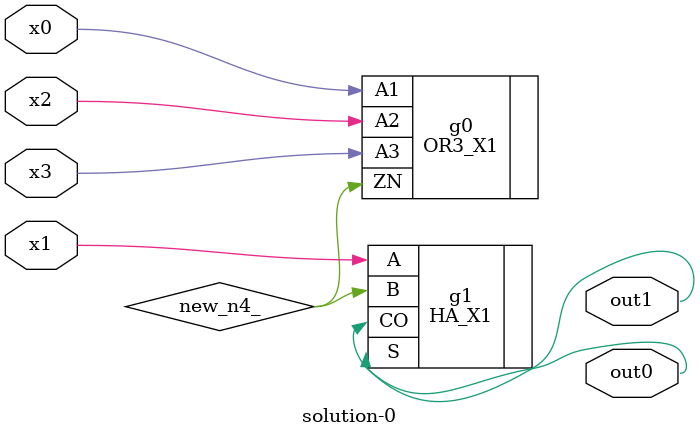
<source format=v>
module \solution-0 (
  x0, x1, x2, x3,
  out0, out1 );
  input x0, x1, x2, x3;
  output out0, out1;
  wire new_n4_;
  OR3_X1  g0(.A1(x0), .A2(x2), .A3(x3), .ZN(new_n4_));
  HA_X1  g1(.A(x1), .B(new_n4_), .CO(out1), .S(out0));
endmodule

</source>
